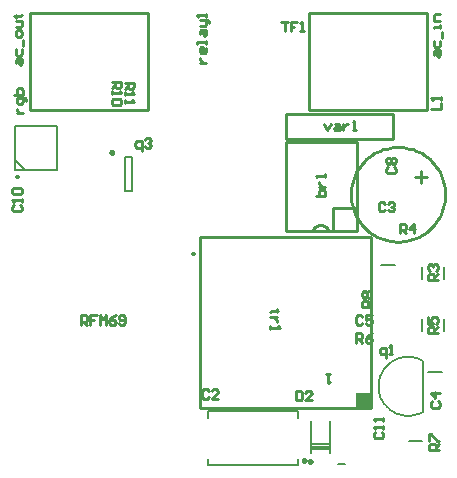
<source format=gto>
%FSTAX25Y25*%
%MOIN*%
%SFA1B1*%

%IPPOS*%
%ADD29C,0.010000*%
%ADD70C,0.007900*%
%ADD71C,0.009800*%
%ADD72C,0.005000*%
%ADD73R,0.051200X0.051200*%
%LNsocket_39x37-1*%
%LPD*%
G54D29*
X020463Y018051D02*
D01*
X0204554Y01807*
X0204466Y0180884*
X0204365Y0181062*
X0204252Y0181232*
X0204128Y0181394*
X0203992Y0181547*
X0203846Y0181691*
X0203691Y0181823*
X0203526Y0181945*
X0203354Y0182054*
X0203174Y0182152*
X0202988Y0182236*
X0202796Y0182308*
X02026Y0182366*
X0202401Y018241*
X0202199Y018244*
X0201995Y0182456*
X020179Y0182457*
X0201586Y0182445*
X0201384Y0182418*
X0201183Y0182377*
X0200986Y0182322*
X0200794Y0182254*
X0200606Y0182172*
X0200425Y0182077*
X0200251Y018197*
X0200085Y0181852*
X0199927Y0181721*
X0199779Y0181581*
X0199641Y018143*
X0199514Y018127*
X0199398Y0181101*
X0199294Y0180925*
X0199203Y0180742*
X019917Y018065*
X02435Y019272D02*
D01*
X0243461Y0193818*
X0243346Y0194911*
X0243155Y0195994*
X0242889Y0197061*
X024255Y0198106*
X0242138Y0199126*
X0241656Y0200114*
X0241106Y0201066*
X0240492Y0201977*
X0239815Y0202843*
X0239079Y020366*
X0238288Y0204424*
X0237446Y0205131*
X0236557Y0205777*
X0235625Y0206359*
X0234654Y0206876*
X023365Y0207323*
X0232617Y0207699*
X023156Y0208002*
X0230484Y020823*
X0229396Y0208383*
X0228299Y020846*
X02272*
X0226103Y0208383*
X0225015Y020823*
X0223939Y0208002*
X0222882Y0207699*
X0221849Y0207323*
X0220845Y0206876*
X0219875Y0206359*
X0218942Y0205777*
X0218053Y0205131*
X0217211Y0204424*
X021642Y020366*
X0215684Y0202843*
X0215007Y0201977*
X0214393Y0201066*
X0213843Y0200114*
X0213361Y0199126*
X0212949Y0198106*
X021261Y0197061*
X0212344Y0195994*
X0212153Y0194911*
X0212038Y0193818*
X0212Y019272*
X0212038Y0191621*
X0212153Y0190528*
X0212344Y0189445*
X021261Y0188378*
X0212949Y0187333*
X0213361Y0186313*
X0213843Y0185325*
X0214393Y0184373*
X0215007Y0183462*
X0215684Y0182596*
X021642Y0181779*
X0217211Y0181015*
X0218053Y0180308*
X0218942Y0179662*
X0219875Y017908*
X0220845Y0178563*
X0221849Y0178116*
X0222882Y017774*
X0223939Y0177437*
X0225015Y0177209*
X0226103Y0177056*
X02272Y0176979*
X0228299*
X0229396Y0177056*
X0230484Y0177209*
X023156Y0177437*
X0232617Y017774*
X023365Y0178116*
X0234654Y0178563*
X0235625Y017908*
X0236557Y0179662*
X0237446Y0180308*
X0238288Y0181015*
X0239079Y0181779*
X0239815Y0182596*
X0240492Y0183462*
X0241106Y0184373*
X0241656Y0185325*
X0242138Y0186313*
X024255Y0187333*
X0242889Y0188378*
X0243155Y0189445*
X0243346Y0190528*
X0243461Y0191621*
X02435Y019272*
X016161Y012146D02*
X02187D01*
Y017854*
X016161Y012146D02*
Y017854D01*
X02187*
X02062Y018819D02*
X021407D01*
X02062Y018071D02*
Y018819D01*
X021407Y018051D02*
Y021004D01*
X019045D02*
X021407D01*
X019045Y018051D02*
Y021004D01*
Y018051D02*
X021407D01*
X02374Y022087D02*
Y025315D01*
X019803D02*
X02374D01*
X019803Y022087D02*
Y025315D01*
Y022087D02*
X02374D01*
X014449D02*
Y025315D01*
X010512D02*
X014449D01*
X010512Y022087D02*
Y025315D01*
Y022087D02*
X014449D01*
X019055Y021122D02*
Y021949D01*
X022598Y021122D02*
Y021949D01*
X019055D02*
X022598D01*
X019055Y021122D02*
X022598D01*
X018786Y0154D02*
X018734D01*
Y015453*
Y015348*
Y0154*
X018576*
X018524Y015348*
X018734Y01519D02*
X018524D01*
X018629*
X018681Y015138*
X018734Y015085*
Y015033*
X018524Y014876D02*
Y014771D01*
Y014823*
X018838*
X018786Y014876*
X020315Y021617D02*
X02042Y021407D01*
X020525Y021617*
X020682D02*
X020787D01*
X02084Y021565*
Y021407*
X020682*
X02063Y02146*
X020682Y021512*
X02084*
X020945Y021617D02*
Y021407D01*
Y021512*
X020997Y021565*
X02105Y021617*
X021102*
X02126Y021407D02*
X021365D01*
X021312*
Y021722*
X02126Y02167*
X01889Y025025D02*
X0191D01*
X018995*
Y02471*
X019415Y025025D02*
X019205D01*
Y024867*
X01931*
X019205*
Y02471*
X01952D02*
X019625D01*
X019572*
Y025025*
X01952Y024972*
X023963Y023911D02*
Y024016D01*
X024016Y024068*
X024173*
Y023911*
X024121Y023858*
X024068Y023911*
Y024068*
X023963Y024383D02*
Y024226D01*
X024016Y024173*
X024121*
X024173Y024226*
Y024383*
X024226Y024488D02*
Y024698D01*
X024173Y024803D02*
Y024908D01*
Y024855*
X023963*
Y024803*
X024173Y025065D02*
X023963D01*
Y025223*
X024016Y025275*
X024173*
X010026Y023635D02*
Y02374D01*
X010079Y023793*
X010236*
Y023635*
X010184Y023583*
X010131Y023635*
Y023793*
X010026Y024107D02*
Y02395D01*
X010079Y023898*
X010184*
X010236Y02395*
Y024107*
X010289Y024212D02*
Y024422D01*
X010236Y02458D02*
Y024685D01*
X010184Y024737*
X010079*
X010026Y024685*
Y02458*
X010079Y024527*
X010184*
X010236Y02458*
X010026Y024842D02*
X010184D01*
X010236Y024895*
Y025052*
X010026*
X009974Y025209D02*
X010026D01*
Y025157*
Y025262*
Y025209*
X010184*
X010236Y025262*
X010066Y021969D02*
X010276D01*
X010171*
X010118Y022021*
X010066Y022073*
Y022126*
X010381Y022388D02*
Y022441D01*
X010328Y022493*
X010066*
Y022336*
X010118Y022283*
X010223*
X010276Y022336*
Y022493*
X009961Y022598D02*
X010276D01*
Y022756*
X010223Y022808*
X010171*
X010118*
X010066Y022756*
Y022598*
X012205Y014921D02*
Y015236D01*
X012362*
X012415Y015184*
Y015079*
X012362Y015026*
X012205*
X01231D02*
X012415Y014921D01*
X012729Y015236D02*
X01252D01*
Y015079*
X012625*
X01252*
Y014921*
X012834D02*
Y015236D01*
X012939Y015131*
X013044Y015236*
Y014921*
X013359Y015236D02*
X013254Y015184D01*
X013149Y015079*
Y014974*
X013202Y014921*
X013307*
X013359Y014974*
Y015026*
X013307Y015079*
X013149*
X013464Y014974D02*
X013517Y014921D01*
X013622*
X013674Y014974*
Y015184*
X013622Y015236*
X013517*
X013464Y015184*
Y015131*
X013517Y015079*
X013674*
X016168Y023661D02*
X016378D01*
X016273*
X016221Y023714*
X016168Y023766*
Y023819*
X016378Y024134D02*
Y024029D01*
X016325Y023976*
X016221*
X016168Y024029*
Y024134*
X016221Y024186*
X016273*
Y023976*
X016378Y024291D02*
Y024396D01*
Y024344*
X016063*
Y024291*
X016168Y024606D02*
Y024711D01*
X016221Y024763*
X016378*
Y024606*
X016325Y024554*
X016273Y024606*
Y024763*
X016168Y024868D02*
X016325D01*
X016378Y024921*
Y025078*
X01643*
X016483Y025026*
Y024973*
X016378Y025078D02*
X016168D01*
X016378Y025183D02*
Y025288D01*
Y025236*
X016063*
X016116Y025183*
X013661Y022992D02*
X013976D01*
Y022835*
X013924Y022782*
X013819*
X013766Y022835*
Y022992*
Y022887D02*
X013661Y022782D01*
Y022677D02*
Y022572D01*
Y022625*
X013976*
X013924Y022677*
X013661Y022415D02*
Y02231D01*
Y022362*
X013976*
X013924Y022415*
X013228Y023031D02*
X013543D01*
Y022874*
X013491Y022822*
X013386*
X013333Y022874*
Y023031*
Y022927D02*
X013228Y022822D01*
Y022717D02*
Y022612D01*
Y022664*
X013543*
X013491Y022717*
Y022454D02*
X013543Y022402D01*
Y022297*
X013491Y022244*
X013281*
X013228Y022297*
Y022402*
X013281Y022454*
X013491*
X02189Y015512D02*
X021575D01*
Y015669*
X021627Y015722*
X021732*
X021785Y015669*
Y015512*
Y015617D02*
X02189Y015722D01*
X021627Y015827D02*
X021575Y015879D01*
Y015984*
X021627Y016037*
X02168*
X021732Y015984*
X021785Y016037*
X021837*
X02189Y015984*
Y015879*
X021837Y015827*
X021785*
X021732Y015879*
X02168Y015827*
X021627*
X021732Y015879D02*
Y015984D01*
X024134Y010748D02*
X023819D01*
Y010905*
X023871Y010958*
X023976*
X024029Y010905*
Y010748*
Y010853D02*
X024134Y010958D01*
X023819Y011063D02*
Y011273D01*
X023871*
X024081Y011063*
X024134*
X021378Y014331D02*
Y014646D01*
X021535*
X021588Y014593*
Y014488*
X021535Y014436*
X021378*
X021483D02*
X021588Y014331D01*
X021903Y014646D02*
X021798Y014593D01*
X021693Y014488*
Y014383*
X021745Y014331*
X02185*
X021903Y014383*
Y014436*
X02185Y014488*
X021693*
X024094Y014646D02*
X02378D01*
Y014803*
X023832Y014856*
X023937*
X02399Y014803*
Y014646*
Y014751D02*
X024094Y014856D01*
X02378Y01517D02*
Y014961D01*
X023937*
X023885Y015065*
Y015118*
X023937Y01517*
X024042*
X024094Y015118*
Y015013*
X024042Y014961*
X022825Y017972D02*
Y018287D01*
X022982*
X023035Y018235*
Y01813*
X022982Y018077*
X022825*
X02293D02*
X023035Y017972D01*
X023297D02*
Y018287D01*
X02314Y01813*
X02335*
X024094Y016417D02*
X02378D01*
Y016575*
X023832Y016627*
X023937*
X02399Y016575*
Y016417*
Y016522D02*
X024094Y016627D01*
X023832Y016732D02*
X02378Y016785D01*
Y01689*
X023832Y016942*
X023885*
X023937Y01689*
Y016837*
Y01689*
X02399Y016942*
X024042*
X024094Y01689*
Y016785*
X024042Y016732*
X014226Y020722D02*
Y021037D01*
X014068*
X014016Y020984*
Y020879*
X014068Y020827*
X014226*
X014331Y021089D02*
X014383Y021142D01*
X014488*
X014541Y021089*
Y021037*
X014488Y020984*
X014436*
X014488*
X014541Y020932*
Y020879*
X014488Y020827*
X014383*
X014331Y020879*
X022375Y013832D02*
Y014147D01*
X022218*
X022165Y014094*
Y013989*
X022218Y013937*
X022375*
X02248D02*
X022585D01*
X022533*
Y014252*
X02248Y014199*
X023878Y022106D02*
X024193D01*
Y022316*
Y022421D02*
Y022526D01*
Y022474*
X023878*
X023931Y022421*
X01937Y012716D02*
Y012402D01*
X019528*
X01958Y012454*
Y012664*
X019528Y012716*
X01937*
X019895Y012402D02*
X019685D01*
X019895Y012611*
Y012664*
X019842Y012716*
X019737*
X019685Y012664*
X022021Y011352D02*
X021969Y011299D01*
Y011194*
X022021Y011142*
X022231*
X022283Y011194*
Y011299*
X022231Y011352*
X022283Y011457D02*
Y011562D01*
Y011509*
X021969*
X022021Y011457*
X022283Y011719D02*
Y011824D01*
Y011771*
X021969*
X022021Y011719*
X009974Y018911D02*
X009921Y018858D01*
Y018753*
X009974Y018701*
X010184*
X010236Y018753*
Y018858*
X010184Y018911*
X010236Y019016D02*
Y019121D01*
Y019068*
X009921*
X009974Y019016*
Y019278D02*
X009921Y019331D01*
Y019435*
X009974Y019488*
X010184*
X010236Y019435*
Y019331*
X010184Y019278*
X009974*
X022434Y02018D02*
X022382Y020128D01*
Y020023*
X022434Y01997*
X022644*
X022697Y020023*
Y020128*
X022644Y02018*
X022434Y020285D02*
X022382Y020338D01*
Y020443*
X022434Y020495*
X022487*
X022539Y020443*
X022592Y020495*
X022644*
X022697Y020443*
Y020338*
X022644Y020285*
X022592*
X022539Y020338*
X022487Y020285*
X022434*
X022539Y020338D02*
Y020443D01*
X021588Y015184D02*
X021535Y015236D01*
X02143*
X021378Y015184*
Y014974*
X02143Y014921*
X021535*
X021588Y014974*
X021903Y015236D02*
X021693D01*
Y015079*
X021798Y015131*
X02185*
X021903Y015079*
Y014974*
X02185Y014921*
X021745*
X021693Y014974*
X023911Y012375D02*
X023858Y012323D01*
Y012218*
X023911Y012165*
X024121*
X024173Y012218*
Y012323*
X024121Y012375*
X024173Y012638D02*
X023858D01*
X024016Y01248*
Y01269*
X022336Y018963D02*
X022283Y019016D01*
X022178*
X022126Y018963*
Y018753*
X022178Y018701*
X022283*
X022336Y018753*
X022441Y018963D02*
X022493Y019016D01*
X022598*
X022651Y018963*
Y018911*
X022598Y018858*
X022546*
X022598*
X022651Y018806*
Y018753*
X022598Y018701*
X022493*
X022441Y018753*
X016459Y012722D02*
X016407Y012775D01*
X016302*
X016249Y012722*
Y012512*
X016302Y01246*
X016407*
X016459Y012512*
X016774Y01246D02*
X016564D01*
X016774Y01267*
Y012722*
X016722Y012775*
X016617*
X016564Y012722*
X02003Y019213D02*
X020344D01*
Y01937*
X020292Y019423*
X02024*
X020187*
X020135Y01937*
Y019213*
Y019527D02*
X020344D01*
X02024*
X020187Y01958*
X020135Y019632*
Y019685*
X020344Y019842D02*
Y019947D01*
Y019895*
X02003*
X020082Y019842*
X020492Y013287D02*
X020387D01*
X02044*
Y012973*
X020492Y013025*
X015906Y017323D02*
X015958D01*
Y01727*
X015906*
Y017323*
X010039Y019892D02*
X010092D01*
Y019839*
X010039*
Y019892*
X023539Y019665D02*
Y020065D01*
X023339Y019865D02*
X023739D01*
G54D70*
X023591Y013729D02*
D01*
X0235301Y0137606*
X0234673Y0137878*
X0234026Y0138107*
X0233366Y013829*
X0232694Y0138426*
X0232014Y0138515*
X023133Y0138556*
X0230645Y013855*
X0229961Y0138496*
X0229284Y0138394*
X0228615Y0138245*
X0227958Y013805*
X0227316Y0137809*
X0226692Y0137525*
X022609Y0137197*
X0225512Y0136829*
X0224961Y0136421*
X0224441Y0135975*
X0223952Y0135494*
X0223498Y0134981*
X0223081Y0134437*
X0222703Y0133865*
X0222366Y0133268*
X0222071Y0132649*
X0221821Y0132011*
X0221615Y0131358*
X0221455Y0130691*
X0221343Y0130015*
X0221277Y0129333*
X022126Y0128647*
X022129Y0127963*
X0221368Y0127282*
X0221494Y0126608*
X0221666Y0125944*
X0221884Y0125294*
X0222146Y0124661*
X0222453Y0124048*
X0222801Y0123458*
X0223189Y0122893*
X0223617Y0122357*
X022408Y0121852*
X0224577Y0121381*
X0225107Y0120945*
X0225665Y0120547*
X022625Y0120189*
X0226858Y0119873*
X0227486Y0119601*
X0228133Y0119372*
X0228793Y0119189*
X0229465Y0119053*
X0230145Y0118964*
X0230829Y0118923*
X0231514Y0118929*
X0232198Y0118983*
X0232875Y0119085*
X0233544Y0119234*
X0234201Y0119429*
X0234843Y011967*
X0235467Y0119954*
X023591Y012019*
X02313Y011063D02*
X023563D01*
X023602Y012047D02*
Y013701D01*
X016457Y011831D02*
Y012047D01*
Y010236D02*
Y010453D01*
X019449Y010236D02*
Y010453D01*
Y011831D02*
Y012047D01*
X016457D02*
X019449D01*
X016457Y010236D02*
X019449D01*
X024291Y014724D02*
Y015118D01*
X023583Y014724D02*
Y015118D01*
X024291Y016457D02*
Y01685D01*
X023583Y016457D02*
Y01685D01*
X022215Y016929D02*
X022667D01*
X023789Y013346D02*
X024242D01*
X020787Y010276D02*
X021024D01*
X013661Y01939D02*
Y020531D01*
X013898*
Y01939D02*
Y020531D01*
X013661Y01939D02*
X013898D01*
X019882Y010945D02*
X020512D01*
X019882Y010866D02*
X020512D01*
X019882Y010787D02*
X020512D01*
Y01065D02*
Y011713D01*
X019882Y01065D02*
Y011713D01*
G54D71*
X019695Y010404D02*
D01*
X0196948Y0104074*
X0196945Y0104108*
X0196939Y0104141*
X0196931Y0104175*
X019692Y0104207*
X0196907Y0104239*
X0196892Y010427*
X0196875Y0104299*
X0196856Y0104328*
X0196835Y0104354*
X0196812Y010438*
X0196787Y0104404*
X0196761Y0104426*
X0196734Y0104446*
X0196705Y0104464*
X0196674Y010448*
X0196643Y0104494*
X0196611Y0104506*
X0196578Y0104515*
X0196545Y0104522*
X0196511Y0104527*
X0196477Y0104529*
X0196442*
X0196408Y0104527*
X0196374Y0104522*
X0196341Y0104515*
X0196308Y0104506*
X0196276Y0104494*
X0196245Y010448*
X0196215Y0104464*
X0196185Y0104446*
X0196158Y0104426*
X0196132Y0104404*
X0196107Y010438*
X0196084Y0104354*
X0196063Y0104328*
X0196044Y0104299*
X0196027Y010427*
X0196012Y0104239*
X0195999Y0104207*
X0195988Y0104175*
X019598Y0104141*
X0195974Y0104108*
X0195971Y0104074*
X019597Y010404*
X0195971Y0104005*
X0195974Y0103971*
X019598Y0103938*
X0195988Y0103904*
X0195999Y0103872*
X0196012Y010384*
X0196027Y0103809*
X0196044Y010378*
X0196063Y0103751*
X0196084Y0103725*
X0196107Y0103699*
X0196132Y0103675*
X0196158Y0103653*
X0196185Y0103633*
X0196215Y0103615*
X0196245Y0103599*
X0196276Y0103585*
X0196308Y0103573*
X0196341Y0103564*
X0196374Y0103557*
X0196408Y0103552*
X0196442Y010355*
X0196477*
X0196511Y0103552*
X0196545Y0103557*
X0196578Y0103564*
X0196611Y0103573*
X0196643Y0103585*
X0196674Y0103599*
X0196705Y0103615*
X0196734Y0103633*
X0196761Y0103653*
X0196787Y0103675*
X0196812Y0103699*
X0196835Y0103725*
X0196856Y0103751*
X0196875Y010378*
X0196892Y0103809*
X0196907Y010384*
X019692Y0103872*
X0196931Y0103904*
X0196939Y0103938*
X0196945Y0103971*
X0196948Y0104005*
X019695Y010404*
X013278Y020669D02*
D01*
X0132778Y0206724*
X0132775Y0206758*
X0132769Y0206791*
X0132761Y0206825*
X013275Y0206857*
X0132737Y0206889*
X0132722Y020692*
X0132705Y0206949*
X0132686Y0206978*
X0132665Y0207004*
X0132642Y020703*
X0132617Y0207054*
X0132591Y0207076*
X0132564Y0207096*
X0132535Y0207114*
X0132504Y020713*
X0132473Y0207144*
X0132441Y0207156*
X0132408Y0207165*
X0132375Y0207172*
X0132341Y0207177*
X0132307Y0207179*
X0132272*
X0132238Y0207177*
X0132204Y0207172*
X0132171Y0207165*
X0132138Y0207156*
X0132106Y0207144*
X0132075Y020713*
X0132045Y0207114*
X0132015Y0207096*
X0131988Y0207076*
X0131962Y0207054*
X0131937Y020703*
X0131914Y0207004*
X0131893Y0206978*
X0131874Y0206949*
X0131857Y020692*
X0131842Y0206889*
X0131829Y0206857*
X0131818Y0206825*
X013181Y0206791*
X0131804Y0206758*
X0131801Y0206724*
X01318Y020669*
X0131801Y0206655*
X0131804Y0206621*
X013181Y0206588*
X0131818Y0206554*
X0131829Y0206522*
X0131842Y020649*
X0131857Y0206459*
X0131874Y020643*
X0131893Y0206401*
X0131914Y0206375*
X0131937Y0206349*
X0131962Y0206325*
X0131988Y0206303*
X0132015Y0206283*
X0132045Y0206265*
X0132075Y0206249*
X0132106Y0206235*
X0132138Y0206223*
X0132171Y0206214*
X0132204Y0206207*
X0132238Y0206202*
X0132272Y02062*
X0132307*
X0132341Y0206202*
X0132375Y0206207*
X0132408Y0206214*
X0132441Y0206223*
X0132473Y0206235*
X0132504Y0206249*
X0132535Y0206265*
X0132564Y0206283*
X0132591Y0206303*
X0132617Y0206325*
X0132642Y0206349*
X0132665Y0206375*
X0132686Y0206401*
X0132705Y020643*
X0132722Y0206459*
X0132737Y020649*
X013275Y0206522*
X0132761Y0206554*
X0132769Y0206588*
X0132775Y0206621*
X0132778Y0206655*
X013278Y020669*
X019892Y010374D02*
D01*
X0198918Y0103774*
X0198915Y0103808*
X0198909Y0103841*
X0198901Y0103875*
X019889Y0103907*
X0198877Y0103939*
X0198862Y010397*
X0198845Y0103999*
X0198826Y0104028*
X0198805Y0104054*
X0198782Y010408*
X0198757Y0104104*
X0198731Y0104126*
X0198704Y0104146*
X0198675Y0104164*
X0198644Y010418*
X0198613Y0104194*
X0198581Y0104206*
X0198548Y0104215*
X0198515Y0104222*
X0198481Y0104227*
X0198447Y0104229*
X0198412*
X0198378Y0104227*
X0198344Y0104222*
X0198311Y0104215*
X0198278Y0104206*
X0198246Y0104194*
X0198215Y010418*
X0198185Y0104164*
X0198155Y0104146*
X0198128Y0104126*
X0198102Y0104104*
X0198077Y010408*
X0198054Y0104054*
X0198033Y0104028*
X0198014Y0103999*
X0197997Y010397*
X0197982Y0103939*
X0197969Y0103907*
X0197958Y0103875*
X019795Y0103841*
X0197944Y0103808*
X0197941Y0103774*
X019794Y010374*
X0197941Y0103705*
X0197944Y0103671*
X019795Y0103638*
X0197958Y0103604*
X0197969Y0103572*
X0197982Y010354*
X0197997Y0103509*
X0198014Y010348*
X0198033Y0103451*
X0198054Y0103425*
X0198077Y0103399*
X0198102Y0103375*
X0198128Y0103353*
X0198155Y0103333*
X0198185Y0103315*
X0198215Y0103299*
X0198246Y0103285*
X0198278Y0103273*
X0198311Y0103264*
X0198344Y0103257*
X0198378Y0103252*
X0198412Y010325*
X0198447*
X0198481Y0103252*
X0198515Y0103257*
X0198548Y0103264*
X0198581Y0103273*
X0198613Y0103285*
X0198644Y0103299*
X0198675Y0103315*
X0198704Y0103333*
X0198731Y0103353*
X0198757Y0103375*
X0198782Y0103399*
X0198805Y0103425*
X0198826Y0103451*
X0198845Y010348*
X0198862Y0103509*
X0198877Y010354*
X019889Y0103572*
X0198901Y0103604*
X0198909Y0103638*
X0198915Y0103671*
X0198918Y0103705*
X019892Y010374*
G54D72*
X011398Y020098D02*
Y021555D01*
X01002Y020098D02*
X011398D01*
X01002D02*
Y021555D01*
X011398*
X01002Y020423D02*
Y020502D01*
Y020404D02*
Y020423D01*
Y020404D02*
X010325Y020098D01*
G54D73*
X021614Y012402D03*
M02*
</source>
